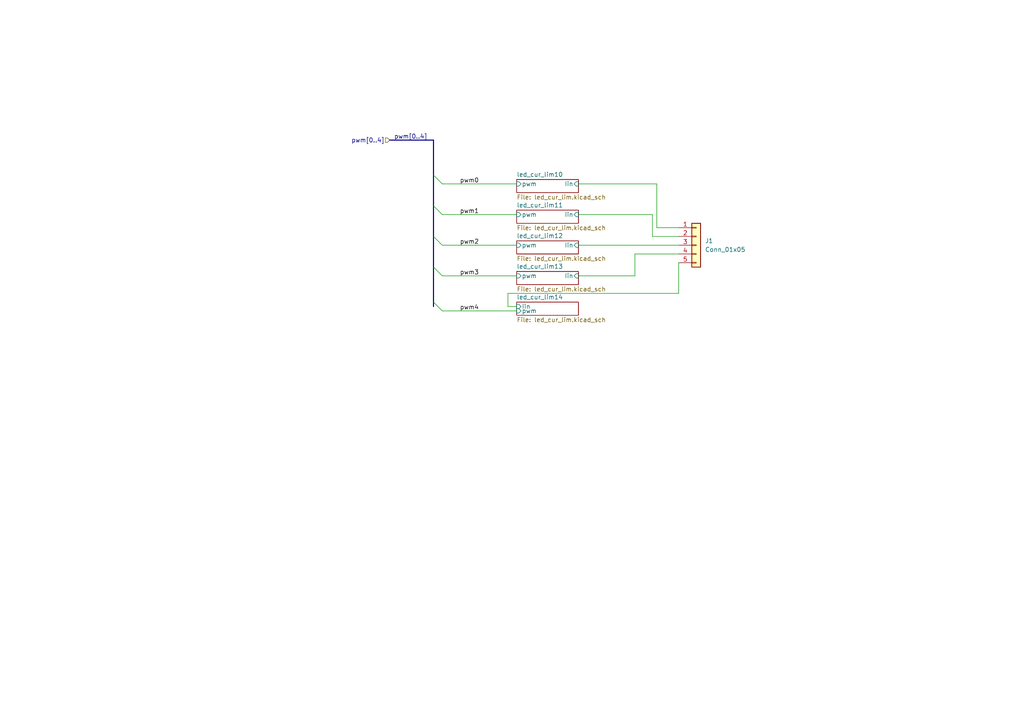
<source format=kicad_sch>
(kicad_sch (version 20231120) (generator "eeschema") (generator_version "8.0")
  (paper "A4")
  (lib_symbols
    (symbol "Connector_Generic:Conn_01x05" (pin_names (offset 1.016) hide)
      (property "Reference" "J" (at 0 7.62 0))
      (property "Value" "Conn_01x05" (at 0 -7.62 0))
      (symbol "Conn_01x05_1_1"
        (rectangle (start -1.27 -4.953) (end 0 -5.207) (stroke (width 0.1524)))
        (rectangle (start -1.27 -2.413) (end 0 -2.667) (stroke (width 0.1524)))
        (rectangle (start -1.27 0.127) (end 0 -0.127) (stroke (width 0.1524)))
        (rectangle (start -1.27 2.667) (end 0 2.413) (stroke (width 0.1524)))
        (rectangle (start -1.27 5.207) (end 0 4.953) (stroke (width 0.1524)))
        (rectangle (start -1.27 6.35) (end 1.27 -6.35) (stroke (width 0.254)) (fill (type background)))
        (pin passive line (at -5.08 5.08 0) (length 3.81) (name "Pin_1") (number "1"))
        (pin passive line (at -5.08 2.54 0) (length 3.81) (name "Pin_2") (number "2"))
        (pin passive line (at -5.08 0 0) (length 3.81) (name "Pin_3") (number "3"))
        (pin passive line (at -5.08 -2.54 0) (length 3.81) (name "Pin_4") (number "4"))
        (pin passive line (at -5.08 -5.08 0) (length 3.81) (name "Pin_5") (number "5"))
      )
    )
  )
  (bus_entry (at 125.73 50.8) (size 2.54 2.54))
  (bus_entry (at 125.73 59.69) (size 2.54 2.54))
  (bus_entry (at 125.73 77.47) (size 2.54 2.54))
  (bus_entry (at 125.73 68.58) (size 2.54 2.54))
  (bus_entry (at 125.73 87.63) (size 2.54 2.54))
  (wire (pts (xy 196.85 68.58) (xy 189.23 68.58)))
  (bus (pts (xy 125.73 40.64) (xy 125.73 50.8)))
  (wire (pts (xy 147.32 85.09) (xy 196.85 85.09)))
  (wire (pts (xy 147.32 85.09) (xy 147.32 88.9)))
  (wire (pts (xy 128.27 80.01) (xy 149.86 80.01)))
  (wire (pts (xy 167.767 80.01) (xy 184.15 80.01)))
  (wire (pts (xy 128.27 71.12) (xy 149.86 71.12)))
  (bus (pts (xy 113.03 40.64) (xy 125.73 40.64)))
  (wire (pts (xy 128.27 53.34) (xy 149.86 53.34)))
  (wire (pts (xy 149.86 88.9) (xy 147.32 88.9)))
  (wire (pts (xy 196.85 66.04) (xy 190.5 66.04)))
  (bus (pts (xy 125.73 77.47) (xy 125.73 87.63)))
  (wire (pts (xy 184.15 73.66) (xy 196.85 73.66)))
  (wire (pts (xy 190.5 66.04) (xy 190.5 53.34)))
  (wire (pts (xy 189.23 68.58) (xy 189.23 62.23)))
  (bus (pts (xy 125.73 68.58) (xy 125.73 59.69)))
  (bus (pts (xy 125.73 50.8) (xy 125.73 59.69)))
  (bus (pts (xy 125.73 77.47) (xy 125.73 68.58)))
  (wire (pts (xy 184.15 80.01) (xy 184.15 73.66)))
  (wire (pts (xy 167.767 62.23) (xy 189.23 62.23)))
  (wire (pts (xy 128.27 90.17) (xy 149.86 90.17)))
  (wire (pts (xy 167.767 71.12) (xy 196.85 71.12)))
  (wire (pts (xy 196.85 76.2) (xy 196.85 85.09)))
  (wire (pts (xy 128.27 62.23) (xy 149.86 62.23)))
  (wire (pts (xy 167.767 53.34) (xy 190.5 53.34)))
  (bus (pts (xy 125.73 87.63) (xy 125.73 88.9)))
  (label "pwm[0..4]" (at 114.3 40.64 0))
  (label "pwm1" (at 133.35 62.23 0))
  (label "pwm4" (at 133.35 90.17 0))
  (label "pwm0" (at 133.35 53.34 0))
  (label "pwm3" (at 133.35 80.01 0))
  (label "pwm2" (at 133.35 71.12 0))
  (hierarchical_label "pwm[0..4]" (shape input) (at 113.03 40.64 180))
  (symbol (lib_id "Connector_Generic:Conn_01x05") (at 201.93 71.12 0) (unit 1)
    (property "Reference" "J1" (at 204.47 69.8499 0) (effects (justify left)))
    (property "Value" "Conn_01x05" (at 204.47 72.3899 0) (effects (justify left)))
    (property "Footprint" "Connector_PinHeader_1.27mm:PinHeader_1x05_P1.27mm_Vertical" (effects (hide yes)))
    (property "Description" "Generic connector, single row, 01x05, script generated (kicad-library-utils/schlib/autogen/connector/)" (effects (hide yes)))
  )
  (sheet (at 149.86 87.63) (size 17.907 3.81) (stroke (width 0.1524))
    (property "Sheetname" "led_cur_lim14" (at 149.86 86.9184 0) (effects (justify left bottom)))
    (property "Sheetfile" "led_cur_lim.kicad_sch" (at 149.86 92.0246 0) (effects (justify left top)))
    (pin "Iin" input (at 149.86 88.9 180))
    (pin "pwm" input (at 149.86 90.17 180))
  )
  (sheet (at 149.86 78.74) (size 17.907 3.81) (stroke (width 0.1524))
    (property "Sheetname" "led_cur_lim13" (at 149.86 78.0284 0) (effects (justify left bottom)))
    (property "Sheetfile" "led_cur_lim.kicad_sch" (at 149.86 83.1346 0) (effects (justify left top)))
    (pin "Iin" input (at 167.767 80.01 0))
    (pin "pwm" input (at 149.86 80.01 180))
  )
  (sheet (at 149.86 60.96) (size 17.907 3.81) (stroke (width 0.1524))
    (property "Sheetname" "led_cur_lim11" (at 149.86 60.2484 0) (effects (justify left bottom)))
    (property "Sheetfile" "led_cur_lim.kicad_sch" (at 149.86 65.3546 0) (effects (justify left top)))
    (pin "Iin" input (at 167.767 62.23 0))
    (pin "pwm" input (at 149.86 62.23 180))
  )
  (sheet (at 149.86 69.85) (size 17.907 3.81) (stroke (width 0.1524))
    (property "Sheetname" "led_cur_lim12" (at 149.86 69.1384 0) (effects (justify left bottom)))
    (property "Sheetfile" "led_cur_lim.kicad_sch" (at 149.86 74.2446 0) (effects (justify left top)))
    (pin "Iin" input (at 167.767 71.12 0))
    (pin "pwm" input (at 149.86 71.12 180))
  )
  (sheet (at 149.86 52.07) (size 17.907 3.81) (stroke (width 0.1524))
    (property "Sheetname" "led_cur_lim10" (at 149.86 51.3584 0) (effects (justify left bottom)))
    (property "Sheetfile" "led_cur_lim.kicad_sch" (at 149.86 56.4646 0) (effects (justify left top)))
    (pin "Iin" input (at 167.767 53.34 0))
    (pin "pwm" input (at 149.86 53.34 180))
  )
)
</source>
